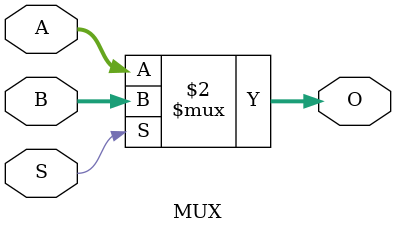
<source format=v>
module MUX(
    input [63:0] A,
    input [63:0] B,
    input S,
    output [63:0] O
);

assign O = (S==1'b0) ? A: B;

endmodule
</source>
